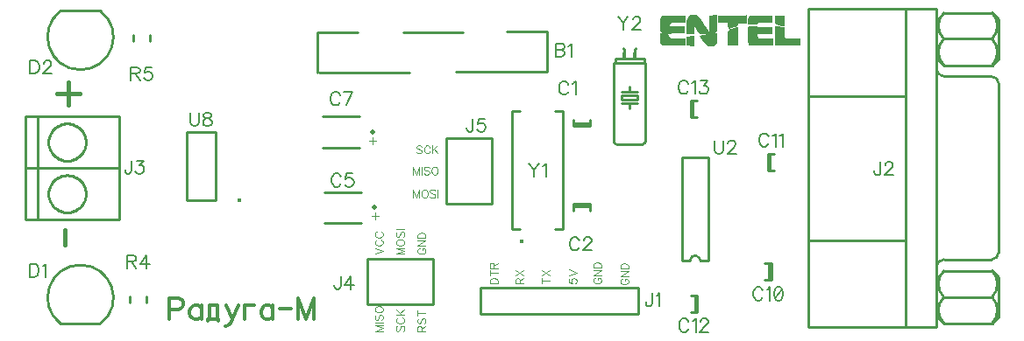
<source format=gbr>
G04 DipTrace 2.4.0.2*
%INÂåðõíÿÿìàðêèðîâêà.gbr*%
%MOIN*%
%ADD10C,0.0098*%
%ADD12C,0.003*%
%ADD14C,0.0197*%
%ADD39C,0.0154*%
%ADD106C,0.0077*%
%ADD107C,0.0046*%
%ADD109C,0.0124*%
%FSLAX44Y44*%
G04*
G70*
G90*
G75*
G01*
%LNTopSilk*%
%LPD*%
X18530Y15562D2*
D10*
X20813D1*
X22467Y15601D2*
X24002D1*
Y14066D1*
X20538D2*
X23963D1*
X15262Y15562D2*
X16798D1*
X15341Y14027D2*
X18766D1*
X15262Y15562D2*
Y14027D1*
X25643Y12070D2*
X25014D1*
X25643Y11995D2*
X25014D1*
X25643D2*
Y12231D1*
X25014Y11995D2*
Y12231D1*
Y8929D2*
X25643D1*
X25014Y9004D2*
X25643D1*
X25014D2*
Y8768D1*
X25643Y9004D2*
Y8768D1*
X16940Y8284D2*
X15523D1*
X16940Y9465D2*
X15523D1*
D14*
X17432Y8875D3*
X16884Y11159D2*
D10*
X15467D1*
X16884Y12340D2*
X15467D1*
D14*
X17376Y11750D3*
X32448Y6752D2*
D10*
Y6123D1*
X32523Y6752D2*
Y6123D1*
Y6752D2*
X32287D1*
X32523Y6123D2*
X32287D1*
X32475Y10299D2*
Y10928D1*
X32401Y10299D2*
Y10928D1*
Y10299D2*
X32637D1*
X32401Y10928D2*
X32637D1*
X29622Y5513D2*
Y4884D1*
X29696Y5513D2*
Y4884D1*
Y5513D2*
X29460D1*
X29696Y4884D2*
X29460D1*
X29546Y12310D2*
Y12939D1*
X29472Y12310D2*
Y12939D1*
Y12310D2*
X29707D1*
X29472Y12939D2*
X29707D1*
X7015Y4437D2*
X5516D1*
X7018Y4439D2*
G03X5513Y4439I-752J998D01*
G01*
X5516Y16374D2*
X7015D1*
X5513Y16372D2*
G03X7018Y16372I752J-998D01*
G01*
X27455Y4812D2*
X21456D1*
Y5812D1*
X27455D1*
Y4812D1*
X40924Y5458D2*
G03X40924Y6464I-523J503D01*
G01*
Y4463D2*
G03X40924Y5458I-508J497D01*
G01*
X39091D2*
G03X39091Y4463I483J-497D01*
G01*
Y6464D2*
G03X39091Y5458I498J-503D01*
G01*
X40924Y15304D2*
G03X40924Y16298I-508J497D01*
G01*
Y14297D2*
G03X40924Y15304I-523J503D01*
G01*
X39091D2*
G03X39091Y14297I498J-503D01*
G01*
Y16298D2*
G03X39091Y15304I483J-497D01*
G01*
X40902Y6888D2*
G03X41178Y7167I-6J281D01*
G01*
X39091Y6888D2*
G03X38816Y6622I-14J-261D01*
G01*
X41178Y13594D2*
G03X40902Y13873I-281J-2D01*
G01*
X38816Y14140D2*
G03X39091Y13873I261J-6D01*
G01*
Y6464D2*
X38838Y6209D1*
X39091Y6464D2*
X40924D1*
X41178Y6209D1*
Y4706D1*
X40924Y4463D1*
X40424D2*
X40504D1*
X39091D2*
X40924D1*
X38838Y4706D2*
X39091Y4463D1*
Y5458D2*
X40924D1*
X39091Y16298D2*
X38838Y16056D1*
X39091Y16298D2*
X40924D1*
X41178Y16056D1*
Y14552D1*
X40924Y14297D1*
X40424D2*
X40504D1*
X39091D2*
X40924D1*
X38838Y14552D2*
X39091Y14297D1*
Y15304D2*
X40924D1*
X39091Y6888D2*
X40902D1*
X39091Y13873D2*
X40902D1*
X33933Y13133D2*
X37635D1*
X38816Y16444D2*
Y4318D1*
X33933Y7628D2*
X37635D1*
X33933Y16444D2*
Y4318D1*
X41178Y13594D2*
Y7167D1*
X33933Y16444D2*
X38816D1*
X33933Y4318D2*
X38816D1*
X37635Y16444D2*
Y4318D1*
X4181Y8409D2*
X7724D1*
Y12346D1*
X4181D1*
Y8409D1*
X4653D2*
Y12307D1*
X4220Y10378D2*
X7685D1*
X5047Y9395D2*
X5049Y9444D1*
X5054Y9494D1*
X5063Y9542D1*
X5075Y9591D1*
X5090Y9638D1*
X5108Y9684D1*
X5130Y9728D1*
X5155Y9771D1*
X5182Y9812D1*
X5213Y9851D1*
X5246Y9888D1*
X5282Y9922D1*
X5319Y9954D1*
X5359Y9983D1*
X5401Y10010D1*
X5445Y10033D1*
X5490Y10053D1*
X5537Y10070D1*
X5584Y10084D1*
X5633Y10094D1*
X5682Y10101D1*
X5731Y10104D1*
X5780D1*
X5830Y10101D1*
X5879Y10094D1*
X5927Y10084D1*
X5975Y10070D1*
X6021Y10053D1*
X6066Y10033D1*
X6110Y10010D1*
X6152Y9983D1*
X6192Y9954D1*
X6230Y9922D1*
X6266Y9888D1*
X6299Y9851D1*
X6329Y9812D1*
X6357Y9771D1*
X6381Y9728D1*
X6403Y9684D1*
X6422Y9638D1*
X6437Y9591D1*
X6449Y9542D1*
X6458Y9494D1*
X6463Y9444D1*
X6464Y9395D1*
X6463Y9345D1*
X6458Y9296D1*
X6449Y9247D1*
X6437Y9199D1*
X6422Y9152D1*
X6403Y9106D1*
X6381Y9062D1*
X6357Y9019D1*
X6329Y8978D1*
X6299Y8939D1*
X6266Y8902D1*
X6230Y8867D1*
X6192Y8836D1*
X6152Y8806D1*
X6110Y8780D1*
X6066Y8757D1*
X6021Y8737D1*
X5975Y8720D1*
X5927Y8706D1*
X5879Y8696D1*
X5830Y8689D1*
X5780Y8685D1*
X5731D1*
X5682Y8689D1*
X5633Y8696D1*
X5584Y8706D1*
X5537Y8720D1*
X5490Y8737D1*
X5445Y8757D1*
X5401Y8780D1*
X5359Y8806D1*
X5319Y8836D1*
X5282Y8867D1*
X5246Y8902D1*
X5213Y8939D1*
X5182Y8978D1*
X5155Y9019D1*
X5130Y9062D1*
X5108Y9106D1*
X5090Y9152D1*
X5075Y9199D1*
X5063Y9247D1*
X5054Y9296D1*
X5049Y9345D1*
X5047Y9395D1*
Y11363D2*
X5049Y11413D1*
X5054Y11462D1*
X5063Y11511D1*
X5075Y11559D1*
X5090Y11606D1*
X5108Y11652D1*
X5130Y11697D1*
X5155Y11740D1*
X5182Y11781D1*
X5213Y11820D1*
X5246Y11856D1*
X5282Y11891D1*
X5319Y11923D1*
X5359Y11952D1*
X5401Y11978D1*
X5445Y12001D1*
X5490Y12022D1*
X5537Y12038D1*
X5584Y12052D1*
X5633Y12062D1*
X5682Y12069D1*
X5731Y12073D1*
X5780D1*
X5830Y12069D1*
X5879Y12062D1*
X5927Y12052D1*
X5975Y12038D1*
X6021Y12022D1*
X6066Y12001D1*
X6110Y11978D1*
X6152Y11952D1*
X6192Y11923D1*
X6230Y11891D1*
X6266Y11856D1*
X6299Y11820D1*
X6329Y11781D1*
X6357Y11740D1*
X6381Y11697D1*
X6403Y11652D1*
X6422Y11606D1*
X6437Y11559D1*
X6449Y11511D1*
X6458Y11462D1*
X6463Y11413D1*
X6464Y11363D1*
X6463Y11314D1*
X6458Y11265D1*
X6449Y11216D1*
X6437Y11168D1*
X6422Y11121D1*
X6403Y11075D1*
X6381Y11030D1*
X6357Y10987D1*
X6329Y10946D1*
X6299Y10907D1*
X6266Y10870D1*
X6230Y10836D1*
X6192Y10804D1*
X6152Y10775D1*
X6110Y10749D1*
X6066Y10725D1*
X6021Y10705D1*
X5975Y10688D1*
X5927Y10675D1*
X5879Y10664D1*
X5830Y10657D1*
X5780Y10654D1*
X5731D1*
X5682Y10657D1*
X5633Y10664D1*
X5584Y10675D1*
X5537Y10688D1*
X5490Y10705D1*
X5445Y10725D1*
X5401Y10749D1*
X5359Y10775D1*
X5319Y10804D1*
X5282Y10836D1*
X5246Y10870D1*
X5213Y10907D1*
X5182Y10946D1*
X5155Y10987D1*
X5130Y11030D1*
X5108Y11075D1*
X5090Y11121D1*
X5075Y11168D1*
X5063Y11216D1*
X5054Y11265D1*
X5049Y11314D1*
X5047Y11363D1*
X19677Y5177D2*
X17158D1*
Y6910D1*
X19677D1*
Y5177D1*
X21901Y11534D2*
X20168D1*
Y9015D1*
X21901D1*
Y11534D1*
X8768Y5245D2*
Y5481D1*
X8139Y5245D2*
Y5481D1*
X8264Y15441D2*
Y15206D1*
X8893Y15441D2*
Y15206D1*
X30152Y6844D2*
Y10780D1*
X29128Y6844D2*
Y10780D1*
X30152D2*
X29128D1*
X30152Y6844D2*
X29837D1*
X29443D2*
X29128D1*
X29837D2*
G03X29443Y6844I-197J0D01*
G01*
D39*
X12302Y9165D3*
X11410Y9155D2*
D10*
Y11753D1*
X10308Y9155D2*
Y11753D1*
X11410D2*
X10308D1*
X11410Y9155D2*
X10308D1*
D39*
X23026Y7572D3*
X22971Y8063D2*
D10*
X22676D1*
X24605Y12551D2*
X24310D1*
X24605Y8063D2*
Y12551D1*
Y8063D2*
X24310D1*
X22971Y12551D2*
X22676D1*
Y8063D2*
Y12551D1*
X27691Y14537D2*
X26591D1*
X26641Y11287D2*
G02X26541Y11387I0J100D01*
G01*
X27741D2*
G02X27641Y11287I-100J0D01*
G01*
X26641D1*
X26591Y14537D2*
Y14387D1*
X26541D2*
X26591D1*
X26541D2*
Y11387D1*
X27691Y14537D2*
Y14387D1*
X27741D2*
X27691D1*
X27741D2*
Y11387D1*
X26591Y14387D2*
X27691D1*
G36*
X27021Y14787D2*
X26861D1*
Y14557D1*
X27021D1*
Y14787D1*
G37*
G36*
X27421D2*
X27261D1*
Y14557D1*
X27421D1*
Y14787D1*
G37*
X26944Y14892D2*
D10*
X26941Y14737D1*
X27341Y14887D2*
Y14787D1*
X26944Y14892D2*
X26905Y14951D1*
X27377D2*
X27338Y14892D1*
X27441Y12987D2*
Y13137D1*
X26841D2*
X27441D1*
X26841D2*
Y12987D1*
X27441D2*
X26841D1*
X27441Y12837D2*
X27141D1*
X27441Y13287D2*
X27141D1*
Y13487D1*
Y13287D2*
X26841D1*
X27141Y12837D2*
Y12637D1*
Y12837D2*
X26841D1*
X29463Y16220D2*
D12*
X29642D1*
X30450D2*
D3*
X31557D2*
D3*
X28385Y16190D2*
X29223D1*
X29418D2*
X29691D1*
X30181D2*
X30450D1*
X30510D2*
X31557D1*
X31707D2*
X32544D1*
X32664D2*
X32993D1*
X28353Y16160D2*
X29223D1*
X29378D2*
X29734D1*
X30181D2*
X30450D1*
X30510D2*
X31557D1*
X31683D2*
X32544D1*
X32664D2*
X32993D1*
X28329Y16130D2*
X29223D1*
X29359D2*
X29764D1*
X30181D2*
X30450D1*
X30510D2*
X31557D1*
X31665D2*
X32544D1*
X32664D2*
X32993D1*
X28312Y16100D2*
X29223D1*
X29345D2*
X29785D1*
X30181D2*
X30450D1*
X30510D2*
X31557D1*
X31655D2*
X32544D1*
X32664D2*
X32993D1*
X28303Y16070D2*
X29223D1*
X29334D2*
X29805D1*
X30181D2*
X30450D1*
X30510D2*
X31557D1*
X31650D2*
X32544D1*
X32664D2*
X32993D1*
X28299Y16040D2*
X29223D1*
X29324D2*
X29828D1*
X30181D2*
X30450D1*
X30510D2*
X31557D1*
X31648D2*
X32544D1*
X32664D2*
X32993D1*
X28297Y16011D2*
X29223D1*
X29318D2*
X29853D1*
X30181D2*
X30450D1*
X30510D2*
X31557D1*
X31647D2*
X32544D1*
X32664D2*
X32993D1*
X28296Y15981D2*
X29223D1*
X29315D2*
X29877D1*
X30181D2*
X30450D1*
X30510D2*
X31557D1*
X31647D2*
X32544D1*
X32664D2*
X32993D1*
X28296Y15951D2*
X29223D1*
X29314D2*
X29899D1*
X30181D2*
X30450D1*
X30510D2*
X31557D1*
X31647D2*
X32544D1*
X32666D2*
X32993D1*
X28296Y15921D2*
X28696D1*
X29313D2*
X29917D1*
X30181D2*
X30450D1*
X30869D2*
X31228D1*
X31647D2*
X32006D1*
X32671D2*
X32993D1*
X28296Y15891D2*
X28656D1*
X29313D2*
X29934D1*
X30181D2*
X30450D1*
X30869D2*
X31228D1*
X31647D2*
X31976D1*
X32704D2*
X32993D1*
X28296Y15861D2*
X28640D1*
X29313D2*
X29952D1*
X30181D2*
X30450D1*
X30869D2*
X31224D1*
X32795D2*
X32993D1*
X28296Y15831D2*
X28631D1*
X29313D2*
X29972D1*
X30181D2*
X30450D1*
X30869D2*
X31216D1*
X32904D2*
X32993D1*
X28296Y15801D2*
X29193D1*
X29313D2*
X29991D1*
X30181D2*
X30450D1*
X30870D2*
X31172D1*
X31677D2*
X31976D1*
X32664D2*
D3*
X28296Y15771D2*
X29193D1*
X29313D2*
X30011D1*
X30181D2*
X30450D1*
X30873D2*
X31102D1*
X31663D2*
X31976D1*
X32664D2*
X32844D1*
X32904D2*
D3*
X28296Y15741D2*
X29193D1*
X29313D2*
X29582D1*
X29637D2*
X30031D1*
X30181D2*
X30450D1*
X30888D2*
X31007D1*
X31198D2*
X31228D1*
X31654D2*
X32544D1*
X32664D2*
X32993D1*
X28296Y15711D2*
X29193D1*
X29313D2*
X29582D1*
X29659D2*
X30051D1*
X30181D2*
X30450D1*
X30921D2*
X30899D1*
X31106D2*
X31228D1*
X31650D2*
X32544D1*
X32664D2*
X32993D1*
X28296Y15681D2*
X29193D1*
X29313D2*
X29582D1*
X29678D2*
X30071D1*
X30181D2*
X30450D1*
X31020D2*
X31228D1*
X31648D2*
X32544D1*
X32664D2*
X32993D1*
X28298Y15651D2*
X29193D1*
X29313D2*
X29582D1*
X29699D2*
X30091D1*
X30179D2*
X30449D1*
X30952D2*
X31228D1*
X31647D2*
X32544D1*
X32664D2*
X32993D1*
X28305Y15622D2*
X29193D1*
X29313D2*
X29582D1*
X29721D2*
X30111D1*
X30175D2*
X30437D1*
X30901D2*
X31228D1*
X31647D2*
X32544D1*
X32664D2*
X32993D1*
X28335Y15592D2*
X29193D1*
X29313D2*
X29582D1*
X29745D2*
X30130D1*
X30165D2*
X30391D1*
X30881D2*
X31228D1*
X31647D2*
X32544D1*
X32664D2*
X32993D1*
X28400Y15562D2*
X29193D1*
X29313D2*
X29582D1*
X29769D2*
X30322D1*
X30875D2*
X31228D1*
X31647D2*
X32544D1*
X32664D2*
X32993D1*
X28475Y15532D2*
X28625D1*
X29313D2*
X29582D1*
X29834D2*
X30241D1*
X30871D2*
X31228D1*
X31647D2*
X32544D1*
X32664D2*
X32993D1*
X28296Y15502D2*
X28475D1*
X29313D2*
X29582D1*
X29946D2*
X30061D1*
X30121D2*
D3*
X30241D2*
X30450D1*
X30870D2*
X31228D1*
X31647D2*
X32544D1*
X32664D2*
X32993D1*
X28296Y15472D2*
X28537D1*
X30121D2*
X30450D1*
X30869D2*
X31228D1*
X31647D2*
X31976D1*
X32664D2*
X32993D1*
X28296Y15442D2*
X28588D1*
X29953D2*
X30450D1*
X30869D2*
X31228D1*
X31647D2*
X31977D1*
X32664D2*
X32995D1*
X28296Y15412D2*
X28613D1*
X29582D2*
D3*
X29792D2*
X30450D1*
X30869D2*
X31228D1*
X31647D2*
X31982D1*
X32664D2*
X33000D1*
X28296Y15382D2*
X28635D1*
X29313D2*
X29582D1*
X29822D2*
X30450D1*
X30869D2*
X31228D1*
X31647D2*
X31994D1*
X32664D2*
X33012D1*
X28296Y15352D2*
X28659D1*
X29313D2*
X29582D1*
X29850D2*
X30450D1*
X30869D2*
X31228D1*
X31647D2*
X32013D1*
X32664D2*
X33031D1*
X28296Y15322D2*
X29223D1*
X29313D2*
X29582D1*
X29875D2*
X30450D1*
X30869D2*
X31228D1*
X31647D2*
X32574D1*
X32664D2*
X33592D1*
X28296Y15292D2*
X29223D1*
X29313D2*
X29582D1*
X29895D2*
X30450D1*
X30869D2*
X31228D1*
X31647D2*
X32574D1*
X32664D2*
X33592D1*
X28296Y15263D2*
X29223D1*
X29313D2*
X29582D1*
X29914D2*
X30450D1*
X30869D2*
X31228D1*
X31647D2*
X32574D1*
X32664D2*
X33592D1*
X28297Y15233D2*
X29223D1*
X29313D2*
X29582D1*
X29937D2*
X30450D1*
X30869D2*
X31228D1*
X31647D2*
X32574D1*
X32664D2*
X33592D1*
X28301Y15203D2*
X29223D1*
X29313D2*
X29582D1*
X29962D2*
X30449D1*
X30869D2*
X31228D1*
X31648D2*
X32574D1*
X32664D2*
X33592D1*
X28309Y15173D2*
X29223D1*
X29313D2*
X29582D1*
X29982D2*
X30443D1*
X30869D2*
X31228D1*
X31652D2*
X32574D1*
X32664D2*
X33592D1*
X28321Y15143D2*
X29223D1*
X29313D2*
X29582D1*
X30001D2*
X30433D1*
X30869D2*
X31228D1*
X31659D2*
X32574D1*
X32664D2*
X33592D1*
X28337Y15113D2*
X29223D1*
X29313D2*
X29582D1*
X30022D2*
X30401D1*
X30869D2*
X31228D1*
X31668D2*
X32574D1*
X32664D2*
X33592D1*
X28356Y15083D2*
X29223D1*
X29313D2*
X29582D1*
X30068D2*
X30355D1*
X30869D2*
X31228D1*
X31677D2*
X32574D1*
X32664D2*
X33592D1*
X29582Y15053D2*
D3*
X30121D2*
X30300D1*
X29463Y16220D2*
X29418Y16190D1*
X29378Y16160D1*
X29359Y16130D1*
X29345Y16100D1*
X29334Y16070D1*
X29324Y16040D1*
X29318Y16011D1*
X29315Y15981D1*
X29314Y15951D1*
X29313Y15921D1*
Y15891D1*
Y15861D1*
Y15831D1*
Y15801D1*
Y15771D1*
Y15741D1*
Y15711D1*
Y15681D1*
Y15651D1*
Y15622D1*
Y15592D1*
Y15562D1*
Y15532D1*
Y15502D1*
X29642Y16220D2*
X29691Y16190D1*
X29734Y16160D1*
X29764Y16130D1*
X29785Y16100D1*
X29805Y16070D1*
X29828Y16040D1*
X29853Y16011D1*
X29877Y15981D1*
X29899Y15951D1*
X29917Y15921D1*
X29934Y15891D1*
X29952Y15861D1*
X29972Y15831D1*
X29991Y15801D1*
X30011Y15771D1*
X30031Y15741D1*
X30051Y15711D1*
X30071Y15681D1*
X30091Y15651D1*
X30111Y15622D1*
X30130Y15592D1*
X30151Y15562D1*
X30450Y16220D2*
X30181Y16190D1*
Y16160D1*
Y16130D1*
Y16100D1*
Y16070D1*
Y16040D1*
Y16011D1*
Y15981D1*
Y15951D1*
Y15921D1*
Y15891D1*
Y15861D1*
Y15831D1*
Y15801D1*
Y15771D1*
Y15741D1*
Y15711D1*
Y15681D1*
X30179Y15651D1*
X30175Y15622D1*
X30165Y15592D1*
X30151Y15562D1*
X31557Y16220D2*
Y16190D1*
X28385D2*
X28353Y16160D1*
X28329Y16130D1*
X28312Y16100D1*
X28303Y16070D1*
X28299Y16040D1*
X28297Y16011D1*
X28296Y15981D1*
Y15951D1*
Y15921D1*
Y15891D1*
Y15861D1*
Y15831D1*
Y15801D1*
Y15771D1*
Y15741D1*
Y15711D1*
Y15681D1*
X28298Y15651D1*
X28305Y15622D1*
X28335Y15592D1*
X28400Y15562D1*
X28475Y15532D1*
X28296Y15502D1*
Y15472D1*
Y15442D1*
Y15412D1*
Y15382D1*
Y15352D1*
Y15322D1*
Y15292D1*
Y15263D1*
X28297Y15233D1*
X28301Y15203D1*
X28309Y15173D1*
X28321Y15143D1*
X28337Y15113D1*
X28356Y15083D1*
X29223Y16190D2*
Y16160D1*
Y16130D1*
Y16100D1*
Y16070D1*
Y16040D1*
Y16011D1*
Y15981D1*
Y15951D1*
X30450Y16190D2*
Y16160D1*
Y16130D1*
Y16100D1*
Y16070D1*
Y16040D1*
Y16011D1*
Y15981D1*
Y15951D1*
Y15921D1*
Y15891D1*
Y15861D1*
Y15831D1*
Y15801D1*
Y15771D1*
Y15741D1*
Y15711D1*
Y15681D1*
X30449Y15651D1*
X30437Y15622D1*
X30391Y15592D1*
X30322Y15562D1*
X30241Y15532D1*
X30450Y15502D1*
Y15472D1*
Y15442D1*
Y15412D1*
Y15382D1*
Y15352D1*
Y15322D1*
Y15292D1*
Y15263D1*
Y15233D1*
X30449Y15203D1*
X30443Y15173D1*
X30433Y15143D1*
X30401Y15113D1*
X30355Y15083D1*
X30300Y15053D1*
X30510Y16190D2*
Y16160D1*
Y16130D1*
Y16100D1*
Y16070D1*
Y16040D1*
Y16011D1*
Y15981D1*
Y15951D1*
X31557Y16190D2*
Y16160D1*
Y16130D1*
Y16100D1*
Y16070D1*
Y16040D1*
Y16011D1*
Y15981D1*
Y15951D1*
Y15921D1*
X31228D1*
Y15891D1*
X31224Y15861D1*
X31216Y15831D1*
X31172Y15801D1*
X31102Y15771D1*
X31007Y15741D1*
X30899Y15711D1*
X31707Y16190D2*
X31683Y16160D1*
X31665Y16130D1*
X31655Y16100D1*
X31650Y16070D1*
X31648Y16040D1*
X31647Y16011D1*
Y15981D1*
Y15951D1*
Y15921D1*
Y15891D1*
X32544Y16190D2*
Y16160D1*
Y16130D1*
Y16100D1*
Y16070D1*
Y16040D1*
Y16011D1*
Y15981D1*
Y15951D1*
X32664Y16190D2*
Y16160D1*
Y16130D1*
Y16100D1*
Y16070D1*
Y16040D1*
Y16011D1*
Y15981D1*
X32666Y15951D1*
X32671Y15921D1*
X32704Y15891D1*
X32795Y15861D1*
X32904Y15831D1*
X32993Y16190D2*
Y16160D1*
Y16130D1*
Y16100D1*
Y16070D1*
Y16040D1*
Y16011D1*
Y15981D1*
Y15951D1*
Y15921D1*
Y15891D1*
Y15861D1*
Y15831D1*
X28744Y15951D2*
X28696Y15921D1*
X28656Y15891D1*
X28640Y15861D1*
X28631Y15831D1*
X28625Y15801D1*
X30869Y15951D2*
Y15921D1*
Y15891D1*
Y15861D1*
Y15831D1*
X30870Y15801D1*
X30873Y15771D1*
X30888Y15741D1*
X30921Y15711D1*
X30959Y15681D1*
X32036Y15951D2*
X32006Y15921D1*
X31976Y15891D1*
X29193Y15801D2*
Y15771D1*
Y15741D1*
Y15711D1*
Y15681D1*
Y15651D1*
Y15622D1*
Y15592D1*
Y15562D1*
X31677Y15801D2*
X31663Y15771D1*
X31654Y15741D1*
X31650Y15711D1*
X31648Y15681D1*
X31647Y15651D1*
Y15622D1*
Y15592D1*
Y15562D1*
Y15532D1*
Y15502D1*
Y15472D1*
Y15442D1*
Y15412D1*
Y15382D1*
Y15352D1*
Y15322D1*
Y15292D1*
Y15263D1*
Y15233D1*
X31648Y15203D1*
X31652Y15173D1*
X31659Y15143D1*
X31668Y15113D1*
X31677Y15083D1*
X31976Y15801D2*
Y15771D1*
Y15741D1*
X32664Y15801D2*
Y15771D1*
Y15741D1*
Y15711D1*
Y15681D1*
Y15651D1*
Y15622D1*
Y15592D1*
Y15562D1*
Y15532D1*
Y15502D1*
Y15472D1*
Y15442D1*
Y15412D1*
Y15382D1*
Y15352D1*
Y15322D1*
Y15292D1*
Y15263D1*
Y15233D1*
Y15203D1*
Y15173D1*
Y15143D1*
Y15113D1*
Y15083D1*
X32844Y15771D2*
X32874Y15741D1*
X32904Y15771D2*
X32874Y15741D1*
X29582Y15771D2*
Y15741D1*
Y15711D1*
Y15681D1*
Y15651D1*
Y15622D1*
Y15592D1*
Y15562D1*
Y15532D1*
Y15502D1*
X29612Y15771D2*
X29637Y15741D1*
X29659Y15711D1*
X29678Y15681D1*
X29699Y15651D1*
X29721Y15622D1*
X29745Y15592D1*
X29769Y15562D1*
X29834Y15532D1*
X29946Y15502D1*
X30091Y15472D1*
X31198Y15741D2*
X31106Y15711D1*
X31020Y15681D1*
X30952Y15651D1*
X30901Y15622D1*
X30881Y15592D1*
X30875Y15562D1*
X30871Y15532D1*
X30870Y15502D1*
X30869Y15472D1*
Y15442D1*
Y15412D1*
Y15382D1*
Y15352D1*
Y15322D1*
Y15292D1*
Y15263D1*
Y15233D1*
Y15203D1*
Y15173D1*
Y15143D1*
Y15113D1*
Y15083D1*
X31228Y15741D2*
Y15711D1*
Y15681D1*
Y15651D1*
Y15622D1*
Y15592D1*
Y15562D1*
Y15532D1*
Y15502D1*
Y15472D1*
Y15442D1*
Y15412D1*
Y15382D1*
Y15352D1*
Y15322D1*
Y15292D1*
Y15263D1*
Y15233D1*
Y15203D1*
Y15173D1*
Y15143D1*
Y15113D1*
Y15083D1*
X32544Y15741D2*
Y15711D1*
Y15681D1*
Y15651D1*
Y15622D1*
Y15592D1*
Y15562D1*
Y15532D1*
Y15502D1*
X32993Y15741D2*
Y15711D1*
Y15681D1*
Y15651D1*
Y15622D1*
Y15592D1*
Y15562D1*
Y15532D1*
Y15502D1*
Y15472D1*
X32995Y15442D1*
X33000Y15412D1*
X33012Y15382D1*
X33031Y15352D1*
X33053Y15322D1*
X28774Y15562D2*
X28625Y15532D1*
X28475Y15502D1*
X28537Y15472D1*
X28588Y15442D1*
X28613Y15412D1*
X28635Y15382D1*
X28659Y15352D1*
X28685Y15322D1*
X30091Y15532D2*
X30061Y15502D1*
X30121Y15532D2*
Y15502D1*
Y15472D1*
X29953Y15442D1*
X29792Y15412D1*
X29822Y15382D1*
X29850Y15352D1*
X29875Y15322D1*
X29895Y15292D1*
X29914Y15263D1*
X29937Y15233D1*
X29962Y15203D1*
X29982Y15173D1*
X30001Y15143D1*
X30022Y15113D1*
X30068Y15083D1*
X30121Y15053D1*
X30241Y15502D2*
X30211Y15472D1*
X31976Y15502D2*
Y15472D1*
X31977Y15442D1*
X31982Y15412D1*
X31994Y15382D1*
X32013Y15352D1*
X32036Y15322D1*
X29582Y15412D2*
X29313Y15382D1*
Y15352D1*
Y15322D1*
Y15292D1*
Y15263D1*
Y15233D1*
Y15203D1*
Y15173D1*
Y15143D1*
Y15113D1*
Y15083D1*
X29582Y15053D1*
Y15382D2*
Y15352D1*
Y15322D1*
Y15292D1*
Y15263D1*
Y15233D1*
Y15203D1*
Y15173D1*
Y15143D1*
Y15113D1*
Y15083D1*
Y15053D1*
X29223Y15322D2*
Y15292D1*
Y15263D1*
Y15233D1*
Y15203D1*
Y15173D1*
Y15143D1*
Y15113D1*
Y15083D1*
X32574Y15322D2*
Y15292D1*
Y15263D1*
Y15233D1*
Y15203D1*
Y15173D1*
Y15143D1*
Y15113D1*
Y15083D1*
X33592Y15322D2*
Y15292D1*
Y15263D1*
Y15233D1*
Y15203D1*
Y15173D1*
Y15143D1*
Y15113D1*
Y15083D1*
X24328Y15125D2*
D106*
Y14623D1*
X24544D1*
X24616Y14647D1*
X24639Y14671D1*
X24663Y14718D1*
Y14790D1*
X24639Y14838D1*
X24616Y14862D1*
X24544Y14886D1*
X24616Y14910D1*
X24639Y14934D1*
X24663Y14982D1*
Y15030D1*
X24639Y15077D1*
X24616Y15102D1*
X24544Y15125D1*
X24328D1*
Y14886D2*
X24544D1*
X24818Y15029D2*
X24866Y15053D1*
X24938Y15125D1*
Y14623D1*
X24817Y13562D2*
X24793Y13609D1*
X24745Y13657D1*
X24697Y13681D1*
X24602D1*
X24554Y13657D1*
X24506Y13609D1*
X24482Y13562D1*
X24458Y13490D1*
Y13370D1*
X24482Y13299D1*
X24506Y13250D1*
X24554Y13203D1*
X24602Y13179D1*
X24697D1*
X24745Y13203D1*
X24793Y13250D1*
X24817Y13299D1*
X24971Y13585D2*
X25019Y13609D1*
X25091Y13680D1*
Y13179D1*
X25226Y7619D2*
X25202Y7667D1*
X25154Y7715D1*
X25106Y7739D1*
X25011D1*
X24962Y7715D1*
X24915Y7667D1*
X24891Y7619D1*
X24867Y7547D1*
Y7427D1*
X24891Y7356D1*
X24915Y7308D1*
X24962Y7261D1*
X25011Y7236D1*
X25106D1*
X25154Y7261D1*
X25202Y7308D1*
X25226Y7356D1*
X25404Y7619D2*
Y7642D1*
X25428Y7691D1*
X25452Y7714D1*
X25500Y7738D1*
X25595D1*
X25643Y7714D1*
X25667Y7691D1*
X25691Y7642D1*
Y7595D1*
X25667Y7547D1*
X25619Y7476D1*
X25380Y7236D1*
X25715D1*
X16167Y10050D2*
X16144Y10097D1*
X16096Y10145D1*
X16048Y10169D1*
X15952D1*
X15904Y10145D1*
X15857Y10097D1*
X15833Y10050D1*
X15809Y9978D1*
Y9858D1*
X15833Y9787D1*
X15857Y9739D1*
X15904Y9691D1*
X15952Y9667D1*
X16048D1*
X16096Y9691D1*
X16144Y9739D1*
X16167Y9787D1*
X16609Y10169D2*
X16370D1*
X16346Y9954D1*
X16370Y9977D1*
X16442Y10002D1*
X16513D1*
X16585Y9977D1*
X16633Y9930D1*
X16657Y9858D1*
Y9810D1*
X16633Y9739D1*
X16585Y9690D1*
X16513Y9667D1*
X16442D1*
X16370Y9690D1*
X16346Y9715D1*
X16322Y9762D1*
X16130Y13157D2*
X16106Y13205D1*
X16058Y13253D1*
X16011Y13277D1*
X15915D1*
X15867Y13253D1*
X15820Y13205D1*
X15795Y13157D1*
X15771Y13086D1*
Y12966D1*
X15795Y12894D1*
X15820Y12846D1*
X15867Y12799D1*
X15915Y12774D1*
X16011D1*
X16058Y12799D1*
X16106Y12846D1*
X16130Y12894D1*
X16380Y12774D2*
X16619Y13276D1*
X16285D1*
X32203Y5717D2*
X32179Y5764D1*
X32131Y5812D1*
X32083Y5836D1*
X31988D1*
X31940Y5812D1*
X31892Y5764D1*
X31868Y5717D1*
X31844Y5645D1*
Y5525D1*
X31868Y5454D1*
X31892Y5406D1*
X31940Y5358D1*
X31988Y5334D1*
X32083D1*
X32131Y5358D1*
X32179Y5406D1*
X32203Y5454D1*
X32357Y5740D2*
X32405Y5764D1*
X32477Y5836D1*
Y5334D1*
X32775Y5836D2*
X32703Y5812D1*
X32655Y5740D1*
X32631Y5621D1*
Y5549D1*
X32655Y5429D1*
X32703Y5357D1*
X32775Y5334D1*
X32823D1*
X32894Y5357D1*
X32942Y5429D1*
X32966Y5549D1*
Y5621D1*
X32942Y5740D1*
X32894Y5812D1*
X32823Y5836D1*
X32775D1*
X32942Y5740D2*
X32655Y5429D1*
X32424Y11581D2*
X32400Y11629D1*
X32352Y11677D1*
X32304Y11700D1*
X32209D1*
X32161Y11677D1*
X32113Y11629D1*
X32089Y11581D1*
X32065Y11509D1*
Y11389D1*
X32089Y11318D1*
X32113Y11270D1*
X32161Y11222D1*
X32209Y11198D1*
X32304D1*
X32352Y11222D1*
X32400Y11270D1*
X32424Y11318D1*
X32578Y11604D2*
X32626Y11629D1*
X32698Y11700D1*
Y11198D1*
X32852Y11604D2*
X32901Y11629D1*
X32972Y11700D1*
Y11198D1*
X29383Y4517D2*
X29359Y4565D1*
X29311Y4613D1*
X29263Y4637D1*
X29168D1*
X29120Y4613D1*
X29072Y4565D1*
X29048Y4517D1*
X29024Y4446D1*
Y4326D1*
X29048Y4254D1*
X29072Y4206D1*
X29120Y4159D1*
X29168Y4134D1*
X29263D1*
X29311Y4159D1*
X29359Y4206D1*
X29383Y4254D1*
X29537Y4541D2*
X29585Y4565D1*
X29657Y4636D1*
Y4134D1*
X29836Y4517D2*
Y4541D1*
X29859Y4589D1*
X29883Y4612D1*
X29931Y4636D1*
X30027D1*
X30074Y4612D1*
X30098Y4589D1*
X30123Y4541D1*
Y4493D1*
X30098Y4445D1*
X30051Y4374D1*
X29811Y4134D1*
X30146D1*
X29364Y13594D2*
X29340Y13642D1*
X29292Y13690D1*
X29245Y13713D1*
X29149D1*
X29101Y13690D1*
X29054Y13642D1*
X29029Y13594D1*
X29005Y13522D1*
Y13402D1*
X29029Y13331D1*
X29054Y13283D1*
X29101Y13235D1*
X29149Y13211D1*
X29245D1*
X29292Y13235D1*
X29340Y13283D1*
X29364Y13331D1*
X29519Y13617D2*
X29567Y13642D1*
X29638Y13713D1*
Y13211D1*
X29841Y13713D2*
X30103D1*
X29960Y13522D1*
X30032D1*
X30080Y13498D1*
X30103Y13474D1*
X30128Y13402D1*
Y13355D1*
X30103Y13283D1*
X30056Y13235D1*
X29984Y13211D1*
X29912D1*
X29841Y13235D1*
X29817Y13259D1*
X29793Y13307D1*
X4336Y6732D2*
Y6229D1*
X4504D1*
X4575Y6254D1*
X4624Y6301D1*
X4647Y6349D1*
X4671Y6421D1*
Y6541D1*
X4647Y6612D1*
X4624Y6660D1*
X4575Y6708D1*
X4504Y6732D1*
X4336D1*
X4825Y6636D2*
X4874Y6660D1*
X4945Y6731D1*
Y6229D1*
X4354Y14482D2*
Y13979D1*
X4521D1*
X4593Y14004D1*
X4641Y14051D1*
X4665Y14099D1*
X4689Y14170D1*
Y14290D1*
X4665Y14362D1*
X4641Y14410D1*
X4593Y14458D1*
X4521Y14482D1*
X4354D1*
X4867Y14362D2*
Y14385D1*
X4891Y14434D1*
X4915Y14457D1*
X4963Y14481D1*
X5058D1*
X5106Y14457D1*
X5130Y14434D1*
X5154Y14385D1*
Y14338D1*
X5130Y14290D1*
X5082Y14219D1*
X4843Y13979D1*
X5178D1*
X28001Y5607D2*
Y5224D1*
X27977Y5152D1*
X27953Y5129D1*
X27905Y5104D1*
X27857D1*
X27810Y5129D1*
X27786Y5152D1*
X27762Y5224D1*
Y5272D1*
X28155Y5511D2*
X28204Y5535D1*
X28275Y5606D1*
Y5104D1*
X36681Y10613D2*
Y10231D1*
X36657Y10159D1*
X36633Y10135D1*
X36585Y10111D1*
X36537D1*
X36490Y10135D1*
X36466Y10159D1*
X36442Y10231D1*
Y10278D1*
X36860Y10493D2*
Y10517D1*
X36883Y10565D1*
X36907Y10589D1*
X36955Y10613D1*
X37051D1*
X37098Y10589D1*
X37122Y10565D1*
X37146Y10517D1*
Y10469D1*
X37122Y10421D1*
X37075Y10350D1*
X36835Y10111D1*
X37170D1*
X8197Y10666D2*
Y10284D1*
X8173Y10212D1*
X8149Y10188D1*
X8101Y10164D1*
X8053D1*
X8006Y10188D1*
X7982Y10212D1*
X7958Y10284D1*
Y10331D1*
X8399Y10666D2*
X8662D1*
X8519Y10475D1*
X8591D1*
X8638Y10451D1*
X8662Y10427D1*
X8686Y10355D1*
Y10308D1*
X8662Y10236D1*
X8614Y10188D1*
X8542Y10164D1*
X8471D1*
X8399Y10188D1*
X8376Y10212D1*
X8351Y10260D1*
X16156Y6267D2*
Y5884D1*
X16132Y5813D1*
X16108Y5789D1*
X16060Y5765D1*
X16012D1*
X15964Y5789D1*
X15941Y5813D1*
X15916Y5884D1*
Y5932D1*
X16549Y5765D2*
Y6266D1*
X16310Y5932D1*
X16669D1*
X21185Y12267D2*
Y11884D1*
X21161Y11812D1*
X21137Y11789D1*
X21089Y11764D1*
X21041D1*
X20994Y11789D1*
X20970Y11812D1*
X20946Y11884D1*
Y11932D1*
X21626Y12266D2*
X21388D1*
X21364Y12051D1*
X21388Y12075D1*
X21459Y12099D1*
X21531D1*
X21603Y12075D1*
X21651Y12027D1*
X21674Y11956D1*
Y11908D1*
X21651Y11836D1*
X21603Y11788D1*
X21531Y11764D1*
X21459D1*
X21388Y11788D1*
X21364Y11812D1*
X21339Y11860D1*
X8050Y6812D2*
X8265D1*
X8337Y6837D1*
X8361Y6860D1*
X8385Y6908D1*
Y6956D1*
X8361Y7004D1*
X8337Y7028D1*
X8265Y7052D1*
X8050D1*
Y6549D1*
X8217Y6812D2*
X8385Y6549D1*
X8779D2*
Y7051D1*
X8539Y6717D1*
X8898D1*
X8187Y13985D2*
X8402D1*
X8474Y14009D1*
X8498Y14033D1*
X8522Y14081D1*
Y14129D1*
X8498Y14176D1*
X8474Y14201D1*
X8402Y14224D1*
X8187D1*
Y13722D1*
X8354Y13985D2*
X8522Y13722D1*
X8963Y14224D2*
X8724D1*
X8700Y14009D1*
X8724Y14033D1*
X8796Y14057D1*
X8867D1*
X8939Y14033D1*
X8987Y13985D1*
X9011Y13913D1*
Y13866D1*
X8987Y13794D1*
X8939Y13746D1*
X8867Y13722D1*
X8796D1*
X8724Y13746D1*
X8700Y13770D1*
X8676Y13818D1*
X30369Y11427D2*
Y11068D1*
X30393Y10996D1*
X30441Y10949D1*
X30513Y10925D1*
X30561D1*
X30632Y10949D1*
X30681Y10996D1*
X30704Y11068D1*
Y11427D1*
X30883Y11307D2*
Y11331D1*
X30907Y11379D1*
X30931Y11403D1*
X30979Y11426D1*
X31074D1*
X31122Y11403D1*
X31146Y11379D1*
X31170Y11331D1*
Y11283D1*
X31146Y11235D1*
X31098Y11164D1*
X30859Y10925D1*
X31194D1*
X10434Y12487D2*
Y12129D1*
X10458Y12057D1*
X10506Y12009D1*
X10578Y11985D1*
X10626D1*
X10697Y12009D1*
X10746Y12057D1*
X10769Y12129D1*
Y12487D1*
X11043D2*
X10972Y12463D1*
X10947Y12416D1*
Y12367D1*
X10972Y12320D1*
X11019Y12296D1*
X11115Y12272D1*
X11187Y12248D1*
X11234Y12200D1*
X11258Y12152D1*
Y12081D1*
X11234Y12033D1*
X11211Y12009D1*
X11139Y11985D1*
X11043D1*
X10972Y12009D1*
X10947Y12033D1*
X10924Y12081D1*
Y12152D1*
X10947Y12200D1*
X10996Y12248D1*
X11067Y12272D1*
X11162Y12296D1*
X11211Y12320D1*
X11234Y12367D1*
Y12416D1*
X11211Y12463D1*
X11139Y12487D1*
X11043D1*
X23312Y10555D2*
X23504Y10315D1*
Y10052D1*
X23695Y10555D2*
X23504Y10315D1*
X23849Y10458D2*
X23897Y10483D1*
X23969Y10554D1*
Y10052D1*
X26705Y16159D2*
X26896Y15920D1*
Y15656D1*
X27087Y16159D2*
X26896Y15920D1*
X27266Y16039D2*
Y16063D1*
X27290Y16111D1*
X27313Y16135D1*
X27362Y16158D1*
X27457D1*
X27505Y16135D1*
X27528Y16111D1*
X27553Y16063D1*
Y16015D1*
X27528Y15967D1*
X27481Y15896D1*
X27242Y15656D1*
X27576D1*
X5791Y13647D2*
D39*
Y12786D1*
X5361Y13216D2*
X6222D1*
X5684Y7464D2*
Y8016D1*
X21834Y5980D2*
D107*
X22135D1*
Y6080D1*
X22121Y6124D1*
X22092Y6152D1*
X22063Y6167D1*
X22021Y6181D1*
X21949D1*
X21905Y6167D1*
X21877Y6152D1*
X21848Y6124D1*
X21834Y6080D1*
Y5980D1*
Y6374D2*
X22135D1*
X21834Y6274D2*
Y6475D1*
X21977Y6567D2*
Y6696D1*
X21963Y6739D1*
X21949Y6754D1*
X21920Y6768D1*
X21891D1*
X21863Y6754D1*
X21848Y6739D1*
X21834Y6696D1*
Y6567D1*
X22135D1*
X21977Y6668D2*
X22135Y6768D1*
X22962Y5980D2*
Y6109D1*
X22947Y6152D1*
X22933Y6167D1*
X22904Y6181D1*
X22875D1*
X22847Y6167D1*
X22832Y6152D1*
X22818Y6109D1*
Y5980D1*
X23120D1*
X22962Y6080D2*
X23120Y6181D1*
X22818Y6274D2*
X23120Y6474D1*
X22818D2*
X23120Y6274D1*
X23802Y6080D2*
X24104D1*
X23802Y5980D2*
Y6181D1*
Y6274D2*
X24104Y6475D1*
X23802D2*
X24104Y6274D1*
X24826Y6152D2*
Y6009D1*
X24955Y5995D1*
X24941Y6009D1*
X24926Y6052D1*
Y6095D1*
X24941Y6138D1*
X24970Y6167D1*
X25013Y6181D1*
X25041D1*
X25084Y6167D1*
X25113Y6138D1*
X25127Y6095D1*
Y6052D1*
X25113Y6009D1*
X25099Y5995D1*
X25070Y5980D1*
X24826Y6274D2*
X25127Y6388D1*
X24826Y6503D1*
X26859Y6156D2*
X26831Y6142D1*
X26802Y6113D1*
X26788Y6084D1*
Y6027D1*
X26802Y5998D1*
X26831Y5969D1*
X26859Y5955D1*
X26902Y5941D1*
X26974D1*
X27017Y5955D1*
X27046Y5969D1*
X27074Y5998D1*
X27089Y6027D1*
Y6084D1*
X27074Y6113D1*
X27046Y6142D1*
X27017Y6156D1*
X26974D1*
Y6084D1*
X26788Y6449D2*
X27089D1*
X26788Y6248D1*
X27089D1*
X26788Y6542D2*
X27089D1*
Y6642D1*
X27074Y6686D1*
X27046Y6714D1*
X27017Y6729D1*
X26974Y6743D1*
X26902D1*
X26859Y6729D1*
X26831Y6714D1*
X26802Y6686D1*
X26788Y6642D1*
Y6542D1*
X9626Y4994D2*
D109*
X9971D1*
X10085Y5032D1*
X10124Y5071D1*
X10162Y5147D1*
Y5262D1*
X10124Y5338D1*
X10085Y5377D1*
X9971Y5415D1*
X9626D1*
Y4611D1*
X10868Y5147D2*
Y4611D1*
Y5032D2*
X10792Y5109D1*
X10715Y5147D1*
X10601D1*
X10524Y5109D1*
X10448Y5032D1*
X10409Y4917D1*
Y4841D1*
X10448Y4726D1*
X10524Y4650D1*
X10601Y4611D1*
X10715D1*
X10792Y4650D1*
X10868Y4726D1*
X11174Y5147D2*
Y4611D1*
X11457Y5147D2*
Y4611D1*
X11174Y5147D2*
X11457D1*
X11115Y4611D2*
X11516D1*
X11115D2*
Y4558D1*
X11516Y4611D2*
Y4558D1*
X11802Y5147D2*
X12031Y4611D1*
X11955Y4458D1*
X11878Y4381D1*
X11802Y4343D1*
X11763D1*
X12261Y5147D2*
X12031Y4611D1*
X12882Y5147D2*
X12508D1*
Y4611D1*
X13587Y5147D2*
Y4611D1*
Y5032D2*
X13511Y5109D1*
X13435Y5147D1*
X13320D1*
X13243Y5109D1*
X13167Y5032D1*
X13129Y4917D1*
Y4841D1*
X13167Y4726D1*
X13243Y4650D1*
X13320Y4611D1*
X13435D1*
X13511Y4650D1*
X13587Y4726D1*
X13835Y5013D2*
X14277D1*
X15136Y4611D2*
Y5415D1*
X14830Y4611D1*
X14524Y5415D1*
Y4611D1*
X19155Y7320D2*
D107*
X19127Y7306D1*
X19098Y7277D1*
X19084Y7249D1*
Y7191D1*
X19098Y7162D1*
X19127Y7134D1*
X19155Y7119D1*
X19199Y7105D1*
X19271D1*
X19313Y7119D1*
X19342Y7134D1*
X19371Y7162D1*
X19385Y7191D1*
Y7249D1*
X19371Y7277D1*
X19342Y7306D1*
X19313Y7320D1*
X19271D1*
Y7249D1*
X19084Y7614D2*
X19385D1*
X19084Y7413D1*
X19385D1*
X19084Y7706D2*
X19385D1*
Y7807D1*
X19371Y7850D1*
X19342Y7879D1*
X19313Y7893D1*
X19271Y7907D1*
X19199D1*
X19155Y7893D1*
X19127Y7879D1*
X19098Y7850D1*
X19084Y7807D1*
Y7706D1*
X19227Y4167D2*
Y4296D1*
X19213Y4340D1*
X19199Y4354D1*
X19170Y4368D1*
X19141D1*
X19113Y4354D1*
X19098Y4340D1*
X19084Y4296D1*
Y4167D1*
X19385D1*
X19227Y4268D2*
X19385Y4368D1*
X19127Y4662D2*
X19098Y4633D1*
X19084Y4590D1*
Y4533D1*
X19098Y4490D1*
X19127Y4461D1*
X19155D1*
X19184Y4476D1*
X19199Y4490D1*
X19213Y4518D1*
X19242Y4605D1*
X19256Y4633D1*
X19271Y4648D1*
X19299Y4662D1*
X19342D1*
X19371Y4633D1*
X19385Y4590D1*
Y4533D1*
X19371Y4490D1*
X19342Y4461D1*
X19084Y4855D2*
X19385D1*
X19084Y4755D2*
Y4956D1*
X18314Y4368D2*
X18286Y4340D1*
X18271Y4297D1*
Y4239D1*
X18286Y4196D1*
X18314Y4167D1*
X18343D1*
X18372Y4182D1*
X18386Y4196D1*
X18400Y4225D1*
X18429Y4311D1*
X18443Y4340D1*
X18458Y4354D1*
X18487Y4368D1*
X18530D1*
X18558Y4340D1*
X18573Y4297D1*
Y4239D1*
X18558Y4196D1*
X18530Y4167D1*
X18343Y4676D2*
X18314Y4662D1*
X18286Y4633D1*
X18271Y4605D1*
Y4547D1*
X18286Y4518D1*
X18314Y4490D1*
X18343Y4475D1*
X18386Y4461D1*
X18458D1*
X18501Y4475D1*
X18530Y4490D1*
X18558Y4518D1*
X18573Y4547D1*
Y4605D1*
X18558Y4633D1*
X18530Y4662D1*
X18501Y4676D1*
X18271Y4769D2*
X18573D1*
X18271Y4970D2*
X18472Y4769D1*
X18400Y4841D2*
X18573Y4970D1*
X17760Y4397D2*
X17459D1*
X17760Y4282D1*
X17459Y4167D1*
X17760D1*
X17459Y4490D2*
X17760D1*
X17502Y4783D2*
X17473Y4755D1*
X17459Y4712D1*
Y4654D1*
X17473Y4611D1*
X17502Y4582D1*
X17531D1*
X17559Y4597D1*
X17574Y4611D1*
X17588Y4640D1*
X17617Y4726D1*
X17631Y4755D1*
X17646Y4769D1*
X17674Y4783D1*
X17717D1*
X17746Y4755D1*
X17760Y4712D1*
Y4654D1*
X17746Y4611D1*
X17717Y4582D1*
X17459Y4962D2*
X17473Y4933D1*
X17502Y4905D1*
X17531Y4890D1*
X17574Y4876D1*
X17646D1*
X17688Y4890D1*
X17717Y4905D1*
X17746Y4933D1*
X17760Y4962D1*
Y5019D1*
X17746Y5048D1*
X17717Y5077D1*
X17688Y5091D1*
X17646Y5105D1*
X17574D1*
X17531Y5091D1*
X17502Y5077D1*
X17473Y5048D1*
X17459Y5019D1*
Y4962D1*
X18573Y7334D2*
X18271D1*
X18573Y7220D1*
X18271Y7105D1*
X18573D1*
X18271Y7513D2*
X18286Y7484D1*
X18314Y7456D1*
X18343Y7441D1*
X18386Y7427D1*
X18458D1*
X18501Y7441D1*
X18530Y7456D1*
X18558Y7484D1*
X18573Y7513D1*
Y7571D1*
X18558Y7599D1*
X18530Y7628D1*
X18501Y7642D1*
X18458Y7657D1*
X18386D1*
X18343Y7642D1*
X18314Y7628D1*
X18286Y7599D1*
X18271Y7571D1*
Y7513D1*
X18314Y7950D2*
X18286Y7922D1*
X18271Y7879D1*
Y7821D1*
X18286Y7778D1*
X18314Y7749D1*
X18343D1*
X18372Y7764D1*
X18386Y7778D1*
X18400Y7807D1*
X18429Y7893D1*
X18443Y7922D1*
X18458Y7936D1*
X18487Y7950D1*
X18530D1*
X18558Y7922D1*
X18573Y7879D1*
Y7821D1*
X18558Y7778D1*
X18530Y7749D1*
X18271Y8043D2*
X18573D1*
X17459Y7105D2*
X17760Y7220D1*
X17459Y7334D1*
X17530Y7642D2*
X17502Y7628D1*
X17473Y7599D1*
X17459Y7571D1*
Y7513D1*
X17473Y7484D1*
X17502Y7456D1*
X17530Y7441D1*
X17574Y7427D1*
X17646D1*
X17688Y7441D1*
X17717Y7456D1*
X17746Y7484D1*
X17760Y7513D1*
Y7571D1*
X17746Y7599D1*
X17717Y7628D1*
X17688Y7642D1*
X17530Y7950D2*
X17502Y7936D1*
X17473Y7907D1*
X17459Y7879D1*
Y7821D1*
X17473Y7792D1*
X17502Y7764D1*
X17530Y7749D1*
X17574Y7735D1*
X17646D1*
X17688Y7749D1*
X17717Y7764D1*
X17746Y7792D1*
X17760Y7821D1*
Y7879D1*
X17746Y7907D1*
X17717Y7936D1*
X17688Y7950D1*
X25835Y6195D2*
X25807Y6181D1*
X25778Y6152D1*
X25763Y6124D1*
Y6066D1*
X25778Y6037D1*
X25807Y6009D1*
X25835Y5994D1*
X25878Y5980D1*
X25950D1*
X25993Y5994D1*
X26022Y6009D1*
X26050Y6037D1*
X26065Y6066D1*
Y6124D1*
X26050Y6152D1*
X26022Y6181D1*
X25993Y6195D1*
X25950D1*
Y6124D1*
X25763Y6489D2*
X26065D1*
X25763Y6288D1*
X26065D1*
X25763Y6581D2*
X26065D1*
Y6682D1*
X26050Y6725D1*
X26022Y6754D1*
X25993Y6768D1*
X25950Y6782D1*
X25878D1*
X25835Y6768D1*
X25807Y6754D1*
X25778Y6725D1*
X25763Y6682D1*
Y6581D1*
X19240Y11194D2*
X19211Y11223D1*
X19168Y11237D1*
X19111D1*
X19068Y11223D1*
X19039Y11194D1*
Y11166D1*
X19054Y11137D1*
X19068Y11123D1*
X19096Y11108D1*
X19183Y11080D1*
X19211Y11065D1*
X19226Y11051D1*
X19240Y11022D1*
Y10979D1*
X19211Y10951D1*
X19168Y10936D1*
X19111D1*
X19068Y10951D1*
X19039Y10979D1*
X19548Y11166D2*
X19534Y11194D1*
X19505Y11223D1*
X19476Y11237D1*
X19419D1*
X19390Y11223D1*
X19361Y11194D1*
X19347Y11166D1*
X19333Y11123D1*
Y11051D1*
X19347Y11008D1*
X19361Y10979D1*
X19390Y10951D1*
X19419Y10936D1*
X19476D1*
X19505Y10951D1*
X19534Y10979D1*
X19548Y11008D1*
X19640Y11237D2*
Y10936D1*
X19841Y11237D2*
X19640Y11037D1*
X19712Y11108D2*
X19841Y10936D1*
X19138Y10129D2*
Y10430D1*
X19024Y10129D1*
X18909Y10430D1*
Y10129D1*
X19231Y10430D2*
Y10129D1*
X19524Y10387D2*
X19496Y10416D1*
X19453Y10430D1*
X19395D1*
X19352Y10416D1*
X19324Y10387D1*
Y10359D1*
X19338Y10330D1*
X19352Y10315D1*
X19381Y10301D1*
X19467Y10272D1*
X19496Y10258D1*
X19510Y10243D1*
X19524Y10215D1*
Y10172D1*
X19496Y10143D1*
X19453Y10129D1*
X19395D1*
X19352Y10143D1*
X19324Y10172D1*
X19703Y10430D2*
X19674Y10416D1*
X19646Y10387D1*
X19631Y10359D1*
X19617Y10315D1*
Y10243D1*
X19631Y10201D1*
X19646Y10172D1*
X19674Y10143D1*
X19703Y10129D1*
X19761D1*
X19789Y10143D1*
X19818Y10172D1*
X19832Y10201D1*
X19847Y10243D1*
Y10315D1*
X19832Y10359D1*
X19818Y10387D1*
X19789Y10416D1*
X19761Y10430D1*
X19703D1*
X19138Y9254D2*
Y9555D1*
X19024Y9254D1*
X18909Y9555D1*
Y9254D1*
X19317Y9555D2*
X19288Y9541D1*
X19260Y9512D1*
X19245Y9484D1*
X19231Y9440D1*
Y9368D1*
X19245Y9326D1*
X19260Y9297D1*
X19288Y9268D1*
X19317Y9254D1*
X19374D1*
X19403Y9268D1*
X19432Y9297D1*
X19446Y9326D1*
X19460Y9368D1*
Y9440D1*
X19446Y9484D1*
X19432Y9512D1*
X19403Y9541D1*
X19374Y9555D1*
X19317D1*
X19754Y9512D2*
X19725Y9541D1*
X19682Y9555D1*
X19625D1*
X19582Y9541D1*
X19553Y9512D1*
Y9484D1*
X19568Y9455D1*
X19582Y9440D1*
X19610Y9426D1*
X19697Y9397D1*
X19725Y9383D1*
X19740Y9368D1*
X19754Y9340D1*
Y9297D1*
X19725Y9268D1*
X19682Y9254D1*
X19625D1*
X19582Y9268D1*
X19553Y9297D1*
X19847Y9555D2*
Y9254D1*
X17459Y8675D2*
Y8416D1*
X17330Y8545D2*
X17588D1*
X17380Y11549D2*
Y11290D1*
X17251Y11419D2*
X17510D1*
M02*

</source>
